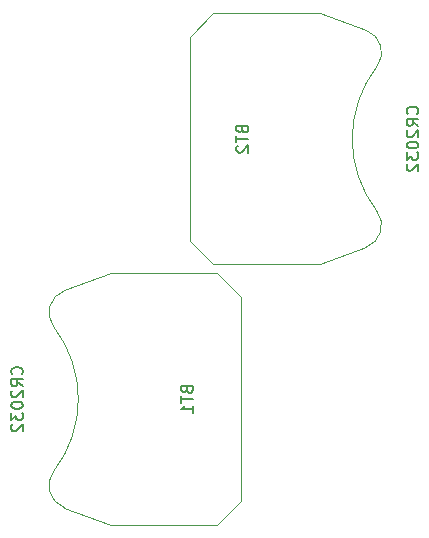
<source format=gbr>
G04 #@! TF.GenerationSoftware,KiCad,Pcbnew,(5.1.12-1-10_14)*
G04 #@! TF.CreationDate,2021-12-30T21:01:29-05:00*
G04 #@! TF.ProjectId,blinky,626c696e-6b79-42e6-9b69-6361645f7063,rev?*
G04 #@! TF.SameCoordinates,Original*
G04 #@! TF.FileFunction,AssemblyDrawing,Bot*
%FSLAX46Y46*%
G04 Gerber Fmt 4.6, Leading zero omitted, Abs format (unit mm)*
G04 Created by KiCad (PCBNEW (5.1.12-1-10_14)) date 2021-12-30 21:01:29*
%MOMM*%
%LPD*%
G01*
G04 APERTURE LIST*
%ADD10C,0.100000*%
%ADD11C,0.150000*%
G04 APERTURE END LIST*
D10*
G04 #@! TO.C,BT1*
X69349000Y-148923500D02*
X73279000Y-150363500D01*
X73279000Y-150363500D02*
X82279000Y-150363500D01*
X82279000Y-150363500D02*
X84269000Y-148373500D01*
X84269000Y-148373500D02*
X84269000Y-131093500D01*
X84269000Y-131093500D02*
X82279000Y-129103500D01*
X82279000Y-129103500D02*
X73279000Y-129103500D01*
X73279000Y-129103500D02*
X69349000Y-130543500D01*
X69350118Y-130552774D02*
G75*
G03*
X68449000Y-133633500I678882J-1870726D01*
G01*
X68452957Y-145828352D02*
G75*
G03*
X68449000Y-133633500I-7933957J6094852D01*
G01*
X68440492Y-145829645D02*
G75*
G03*
X69349000Y-148923500I1588508J-1213855D01*
G01*
G04 #@! TO.C,BT2*
X94886500Y-108509000D02*
X90956500Y-107069000D01*
X90956500Y-107069000D02*
X81956500Y-107069000D01*
X81956500Y-107069000D02*
X79966500Y-109059000D01*
X79966500Y-109059000D02*
X79966500Y-126339000D01*
X79966500Y-126339000D02*
X81956500Y-128329000D01*
X81956500Y-128329000D02*
X90956500Y-128329000D01*
X90956500Y-128329000D02*
X94886500Y-126889000D01*
X94885382Y-126879726D02*
G75*
G03*
X95786500Y-123799000I-678882J1870726D01*
G01*
X95782543Y-111604148D02*
G75*
G03*
X95786500Y-123799000I7933957J-6094852D01*
G01*
X95795008Y-111602855D02*
G75*
G03*
X94886500Y-108509000I-1588508J1213855D01*
G01*
G04 #@! TD*
G04 #@! TO.C,BT1*
D11*
X65736142Y-137638261D02*
X65783761Y-137590642D01*
X65831380Y-137447785D01*
X65831380Y-137352547D01*
X65783761Y-137209690D01*
X65688523Y-137114452D01*
X65593285Y-137066833D01*
X65402809Y-137019214D01*
X65259952Y-137019214D01*
X65069476Y-137066833D01*
X64974238Y-137114452D01*
X64879000Y-137209690D01*
X64831380Y-137352547D01*
X64831380Y-137447785D01*
X64879000Y-137590642D01*
X64926619Y-137638261D01*
X65831380Y-138638261D02*
X65355190Y-138304928D01*
X65831380Y-138066833D02*
X64831380Y-138066833D01*
X64831380Y-138447785D01*
X64879000Y-138543023D01*
X64926619Y-138590642D01*
X65021857Y-138638261D01*
X65164714Y-138638261D01*
X65259952Y-138590642D01*
X65307571Y-138543023D01*
X65355190Y-138447785D01*
X65355190Y-138066833D01*
X64926619Y-139019214D02*
X64879000Y-139066833D01*
X64831380Y-139162071D01*
X64831380Y-139400166D01*
X64879000Y-139495404D01*
X64926619Y-139543023D01*
X65021857Y-139590642D01*
X65117095Y-139590642D01*
X65259952Y-139543023D01*
X65831380Y-138971595D01*
X65831380Y-139590642D01*
X64831380Y-140209690D02*
X64831380Y-140304928D01*
X64879000Y-140400166D01*
X64926619Y-140447785D01*
X65021857Y-140495404D01*
X65212333Y-140543023D01*
X65450428Y-140543023D01*
X65640904Y-140495404D01*
X65736142Y-140447785D01*
X65783761Y-140400166D01*
X65831380Y-140304928D01*
X65831380Y-140209690D01*
X65783761Y-140114452D01*
X65736142Y-140066833D01*
X65640904Y-140019214D01*
X65450428Y-139971595D01*
X65212333Y-139971595D01*
X65021857Y-140019214D01*
X64926619Y-140066833D01*
X64879000Y-140114452D01*
X64831380Y-140209690D01*
X64831380Y-140876357D02*
X64831380Y-141495404D01*
X65212333Y-141162071D01*
X65212333Y-141304928D01*
X65259952Y-141400166D01*
X65307571Y-141447785D01*
X65402809Y-141495404D01*
X65640904Y-141495404D01*
X65736142Y-141447785D01*
X65783761Y-141400166D01*
X65831380Y-141304928D01*
X65831380Y-141019214D01*
X65783761Y-140923976D01*
X65736142Y-140876357D01*
X64926619Y-141876357D02*
X64879000Y-141923976D01*
X64831380Y-142019214D01*
X64831380Y-142257309D01*
X64879000Y-142352547D01*
X64926619Y-142400166D01*
X65021857Y-142447785D01*
X65117095Y-142447785D01*
X65259952Y-142400166D01*
X65831380Y-141828738D01*
X65831380Y-142447785D01*
X79707571Y-138947785D02*
X79755190Y-139090642D01*
X79802809Y-139138261D01*
X79898047Y-139185880D01*
X80040904Y-139185880D01*
X80136142Y-139138261D01*
X80183761Y-139090642D01*
X80231380Y-138995404D01*
X80231380Y-138614452D01*
X79231380Y-138614452D01*
X79231380Y-138947785D01*
X79279000Y-139043023D01*
X79326619Y-139090642D01*
X79421857Y-139138261D01*
X79517095Y-139138261D01*
X79612333Y-139090642D01*
X79659952Y-139043023D01*
X79707571Y-138947785D01*
X79707571Y-138614452D01*
X79231380Y-139471595D02*
X79231380Y-140043023D01*
X80231380Y-139757309D02*
X79231380Y-139757309D01*
X80231380Y-140900166D02*
X80231380Y-140328738D01*
X80231380Y-140614452D02*
X79231380Y-140614452D01*
X79374238Y-140519214D01*
X79469476Y-140423976D01*
X79517095Y-140328738D01*
G04 #@! TO.C,BT2*
X99213642Y-115603761D02*
X99261261Y-115556142D01*
X99308880Y-115413285D01*
X99308880Y-115318047D01*
X99261261Y-115175190D01*
X99166023Y-115079952D01*
X99070785Y-115032333D01*
X98880309Y-114984714D01*
X98737452Y-114984714D01*
X98546976Y-115032333D01*
X98451738Y-115079952D01*
X98356500Y-115175190D01*
X98308880Y-115318047D01*
X98308880Y-115413285D01*
X98356500Y-115556142D01*
X98404119Y-115603761D01*
X99308880Y-116603761D02*
X98832690Y-116270428D01*
X99308880Y-116032333D02*
X98308880Y-116032333D01*
X98308880Y-116413285D01*
X98356500Y-116508523D01*
X98404119Y-116556142D01*
X98499357Y-116603761D01*
X98642214Y-116603761D01*
X98737452Y-116556142D01*
X98785071Y-116508523D01*
X98832690Y-116413285D01*
X98832690Y-116032333D01*
X98404119Y-116984714D02*
X98356500Y-117032333D01*
X98308880Y-117127571D01*
X98308880Y-117365666D01*
X98356500Y-117460904D01*
X98404119Y-117508523D01*
X98499357Y-117556142D01*
X98594595Y-117556142D01*
X98737452Y-117508523D01*
X99308880Y-116937095D01*
X99308880Y-117556142D01*
X98308880Y-118175190D02*
X98308880Y-118270428D01*
X98356500Y-118365666D01*
X98404119Y-118413285D01*
X98499357Y-118460904D01*
X98689833Y-118508523D01*
X98927928Y-118508523D01*
X99118404Y-118460904D01*
X99213642Y-118413285D01*
X99261261Y-118365666D01*
X99308880Y-118270428D01*
X99308880Y-118175190D01*
X99261261Y-118079952D01*
X99213642Y-118032333D01*
X99118404Y-117984714D01*
X98927928Y-117937095D01*
X98689833Y-117937095D01*
X98499357Y-117984714D01*
X98404119Y-118032333D01*
X98356500Y-118079952D01*
X98308880Y-118175190D01*
X98308880Y-118841857D02*
X98308880Y-119460904D01*
X98689833Y-119127571D01*
X98689833Y-119270428D01*
X98737452Y-119365666D01*
X98785071Y-119413285D01*
X98880309Y-119460904D01*
X99118404Y-119460904D01*
X99213642Y-119413285D01*
X99261261Y-119365666D01*
X99308880Y-119270428D01*
X99308880Y-118984714D01*
X99261261Y-118889476D01*
X99213642Y-118841857D01*
X98404119Y-119841857D02*
X98356500Y-119889476D01*
X98308880Y-119984714D01*
X98308880Y-120222809D01*
X98356500Y-120318047D01*
X98404119Y-120365666D01*
X98499357Y-120413285D01*
X98594595Y-120413285D01*
X98737452Y-120365666D01*
X99308880Y-119794238D01*
X99308880Y-120413285D01*
X84385071Y-116913285D02*
X84432690Y-117056142D01*
X84480309Y-117103761D01*
X84575547Y-117151380D01*
X84718404Y-117151380D01*
X84813642Y-117103761D01*
X84861261Y-117056142D01*
X84908880Y-116960904D01*
X84908880Y-116579952D01*
X83908880Y-116579952D01*
X83908880Y-116913285D01*
X83956500Y-117008523D01*
X84004119Y-117056142D01*
X84099357Y-117103761D01*
X84194595Y-117103761D01*
X84289833Y-117056142D01*
X84337452Y-117008523D01*
X84385071Y-116913285D01*
X84385071Y-116579952D01*
X83908880Y-117437095D02*
X83908880Y-118008523D01*
X84908880Y-117722809D02*
X83908880Y-117722809D01*
X84004119Y-118294238D02*
X83956500Y-118341857D01*
X83908880Y-118437095D01*
X83908880Y-118675190D01*
X83956500Y-118770428D01*
X84004119Y-118818047D01*
X84099357Y-118865666D01*
X84194595Y-118865666D01*
X84337452Y-118818047D01*
X84908880Y-118246619D01*
X84908880Y-118865666D01*
G04 #@! TD*
M02*

</source>
